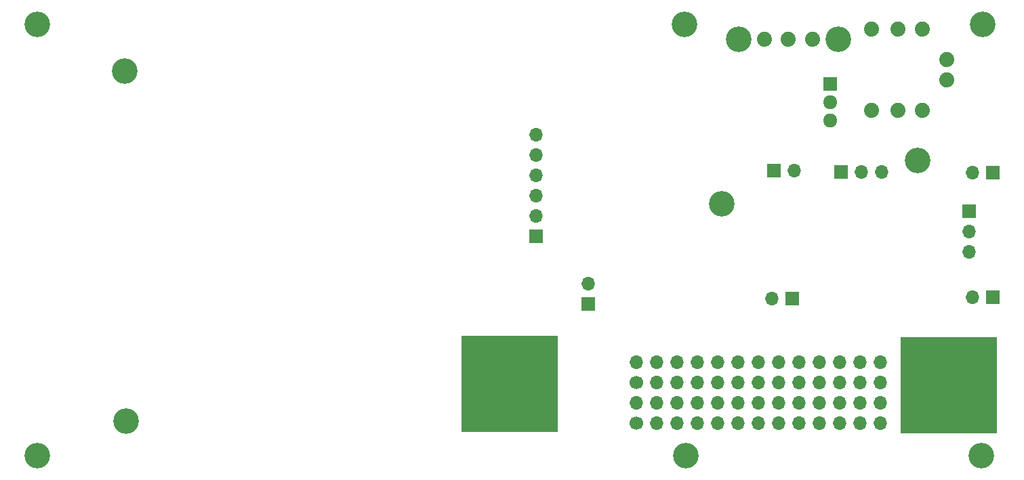
<source format=gbs>
G04 #@! TF.GenerationSoftware,KiCad,Pcbnew,6.99.0-unknown-fe82f2dd40~146~ubuntu20.04.1*
G04 #@! TF.CreationDate,2022-02-10T10:32:34+09:00*
G04 #@! TF.ProjectId,bGeigieZen V2,62476569-6769-4655-9a65-6e2056322e6b,V2.0.0*
G04 #@! TF.SameCoordinates,Original*
G04 #@! TF.FileFunction,Soldermask,Bot*
G04 #@! TF.FilePolarity,Negative*
%FSLAX46Y46*%
G04 Gerber Fmt 4.6, Leading zero omitted, Abs format (unit mm)*
G04 Created by KiCad (PCBNEW 6.99.0-unknown-fe82f2dd40~146~ubuntu20.04.1) date 2022-02-10 10:32:34*
%MOMM*%
%LPD*%
G01*
G04 APERTURE LIST*
%ADD10C,1.879600*%
%ADD11C,3.200000*%
%ADD12R,1.700000X1.700000*%
%ADD13O,1.700000X1.700000*%
%ADD14C,3.203200*%
%ADD15R,1.800000X1.717500*%
%ADD16O,1.800000X1.717500*%
%ADD17C,1.700000*%
%ADD18C,2.743200*%
%ADD19R,12.000000X12.000000*%
G04 APERTURE END LIST*
D10*
X194919600Y-82752000D03*
X194919600Y-72592000D03*
D11*
X90652600Y-125932000D03*
D12*
X210032999Y-90498999D03*
D13*
X207492999Y-90498999D03*
D12*
X152984599Y-98499999D03*
D13*
X152984599Y-95959999D03*
X152984599Y-93419999D03*
X152984599Y-90879999D03*
X152984599Y-88339999D03*
X152984599Y-85799999D03*
D10*
X187505600Y-73838000D03*
X184505600Y-73838000D03*
X181505600Y-73838000D03*
D14*
X190755600Y-73838000D03*
X178255600Y-73838000D03*
D10*
X204317600Y-78942000D03*
X204317600Y-76402000D03*
D11*
X200645000Y-88980000D03*
X171717600Y-125932000D03*
D12*
X210032999Y-106119999D03*
D13*
X207492999Y-106119999D03*
D11*
X101608000Y-77830000D03*
D10*
X201269600Y-82752000D03*
X201269600Y-72592000D03*
D11*
X171517600Y-71940000D03*
D12*
X159477599Y-106924999D03*
D13*
X159477599Y-104384999D03*
D10*
X198221600Y-72592000D03*
X198221600Y-82752000D03*
D12*
X191067599Y-90469999D03*
D13*
X193607599Y-90469999D03*
X196147599Y-90469999D03*
D12*
X207107999Y-95329999D03*
D13*
X207107999Y-97869999D03*
X207107999Y-100409999D03*
D15*
X189712599Y-79449999D03*
D16*
X189712599Y-81739999D03*
X189712599Y-84029999D03*
D12*
X185013999Y-106246999D03*
D13*
X182473999Y-106246999D03*
D17*
X165470600Y-116793000D03*
D13*
X165470599Y-114252999D03*
X168010599Y-116792999D03*
X168010599Y-114252999D03*
X170550599Y-116792999D03*
X170550599Y-114252999D03*
X173090599Y-116792999D03*
X173090599Y-114252999D03*
X175630599Y-116792999D03*
X175630599Y-114252999D03*
X178170599Y-116792999D03*
X178170599Y-114252999D03*
X180710599Y-116792999D03*
X180710599Y-114252999D03*
X183250599Y-116792999D03*
X183250599Y-114252999D03*
X185790599Y-116792999D03*
X185790599Y-114252999D03*
X188330599Y-116792999D03*
X188330599Y-114252999D03*
X190870599Y-116792999D03*
X190870599Y-114252999D03*
X193410599Y-116792999D03*
X193410599Y-114252999D03*
X195950599Y-116792999D03*
X195950599Y-114252999D03*
D11*
X208767600Y-71940000D03*
X90652600Y-71940000D03*
X101737600Y-121560000D03*
X208636000Y-125932000D03*
D17*
X165485600Y-121878000D03*
D13*
X165485599Y-119337999D03*
X168025599Y-121877999D03*
X168025599Y-119337999D03*
X170565599Y-121877999D03*
X170565599Y-119337999D03*
X173105599Y-121877999D03*
X173105599Y-119337999D03*
X175645599Y-121877999D03*
X175645599Y-119337999D03*
X178185599Y-121877999D03*
X178185599Y-119337999D03*
X180725599Y-121877999D03*
X180725599Y-119337999D03*
X183265599Y-121877999D03*
X183265599Y-119337999D03*
X185805599Y-121877999D03*
X185805599Y-119337999D03*
X188345599Y-121877999D03*
X188345599Y-119337999D03*
X190885599Y-121877999D03*
X190885599Y-119337999D03*
X193425599Y-121877999D03*
X193425599Y-119337999D03*
X195965599Y-121877999D03*
X195965599Y-119337999D03*
D12*
X182727599Y-90244999D03*
D13*
X185267599Y-90244999D03*
D18*
X207925600Y-117150000D03*
D19*
X204497599Y-117149999D03*
X149697599Y-116939999D03*
D18*
X146669600Y-117130000D03*
X153417600Y-114590000D03*
X153417600Y-119670000D03*
X201177600Y-114610000D03*
X201177600Y-119690000D03*
D11*
X176134000Y-94441000D03*
M02*

</source>
